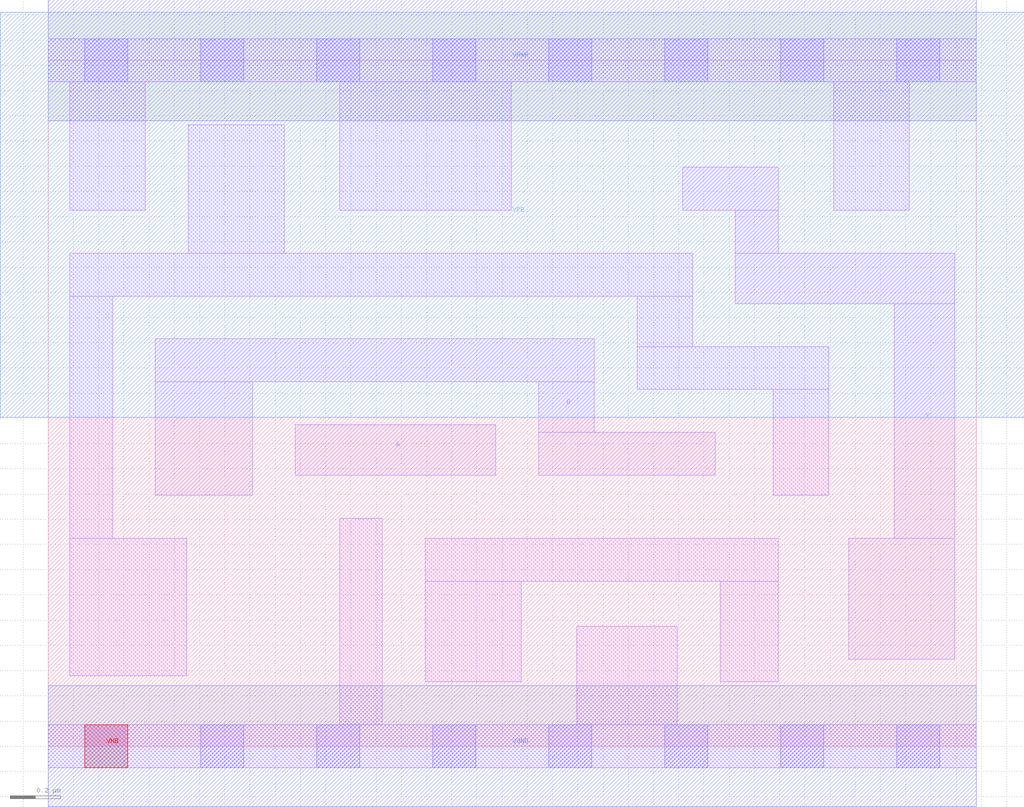
<source format=lef>
# Copyright 2020 The SkyWater PDK Authors
#
# Licensed under the Apache License, Version 2.0 (the "License");
# you may not use this file except in compliance with the License.
# You may obtain a copy of the License at
#
#     https://www.apache.org/licenses/LICENSE-2.0
#
# Unless required by applicable law or agreed to in writing, software
# distributed under the License is distributed on an "AS IS" BASIS,
# WITHOUT WARRANTIES OR CONDITIONS OF ANY KIND, either express or implied.
# See the License for the specific language governing permissions and
# limitations under the License.
#
# SPDX-License-Identifier: Apache-2.0

VERSION 5.7 ;
  NOWIREEXTENSIONATPIN ON ;
  DIVIDERCHAR "/" ;
  BUSBITCHARS "[]" ;
PROPERTYDEFINITIONS
  MACRO maskLayoutSubType STRING ;
  MACRO prCellType STRING ;
  MACRO originalViewName STRING ;
END PROPERTYDEFINITIONS
MACRO sky130_fd_sc_hdll__xnor2_1
  CLASS CORE ;
  FOREIGN sky130_fd_sc_hdll__xnor2_1 ;
  ORIGIN  0.000000  0.000000 ;
  SIZE  3.680000 BY  2.720000 ;
  SYMMETRY X Y R90 ;
  SITE unithd ;
  PIN A
    ANTENNAGATEAREA  0.555000 ;
    DIRECTION INPUT ;
    USE SIGNAL ;
    PORT
      LAYER li1 ;
        RECT 0.980000 1.075000 1.775000 1.275000 ;
    END
  END A
  PIN B
    ANTENNAGATEAREA  0.555000 ;
    DIRECTION INPUT ;
    USE SIGNAL ;
    PORT
      LAYER li1 ;
        RECT 0.425000 0.995000 0.810000 1.445000 ;
        RECT 0.425000 1.445000 2.165000 1.615000 ;
        RECT 1.945000 1.075000 2.645000 1.245000 ;
        RECT 1.945000 1.245000 2.165000 1.445000 ;
    END
  END B
  PIN Y
    ANTENNADIFFAREA  0.545000 ;
    DIRECTION OUTPUT ;
    USE SIGNAL ;
    PORT
      LAYER li1 ;
        RECT 2.515000 2.125000 2.895000 2.295000 ;
        RECT 2.725000 1.755000 3.595000 1.955000 ;
        RECT 2.725000 1.955000 2.895000 2.125000 ;
        RECT 3.175000 0.345000 3.595000 0.825000 ;
        RECT 3.355000 0.825000 3.595000 1.755000 ;
    END
  END Y
  PIN VGND
    DIRECTION INOUT ;
    USE GROUND ;
    PORT
      LAYER met1 ;
        RECT 0.000000 -0.240000 3.680000 0.240000 ;
    END
  END VGND
  PIN VNB
    DIRECTION INOUT ;
    USE GROUND ;
    PORT
      LAYER pwell ;
        RECT 0.145000 -0.085000 0.315000 0.085000 ;
    END
  END VNB
  PIN VPB
    DIRECTION INOUT ;
    USE POWER ;
    PORT
      LAYER nwell ;
        RECT -0.190000 1.305000 3.870000 2.910000 ;
    END
  END VPB
  PIN VPWR
    DIRECTION INOUT ;
    USE POWER ;
    PORT
      LAYER met1 ;
        RECT 0.000000 2.480000 3.680000 2.960000 ;
    END
  END VPWR
  OBS
    LAYER li1 ;
      RECT 0.000000 -0.085000 3.680000 0.085000 ;
      RECT 0.000000  2.635000 3.680000 2.805000 ;
      RECT 0.085000  0.280000 0.550000 0.825000 ;
      RECT 0.085000  0.825000 0.255000 1.785000 ;
      RECT 0.085000  1.785000 2.555000 1.955000 ;
      RECT 0.085000  2.125000 0.385000 2.635000 ;
      RECT 0.555000  1.955000 0.935000 2.465000 ;
      RECT 1.155000  0.085000 1.325000 0.905000 ;
      RECT 1.155000  2.125000 1.835000 2.635000 ;
      RECT 1.495000  0.255000 1.875000 0.655000 ;
      RECT 1.495000  0.655000 2.895000 0.825000 ;
      RECT 2.095000  0.085000 2.495000 0.475000 ;
      RECT 2.335000  1.415000 3.095000 1.585000 ;
      RECT 2.335000  1.585000 2.555000 1.785000 ;
      RECT 2.665000  0.255000 2.895000 0.655000 ;
      RECT 2.875000  0.995000 3.095000 1.415000 ;
      RECT 3.115000  2.125000 3.415000 2.635000 ;
    LAYER mcon ;
      RECT 0.145000 -0.085000 0.315000 0.085000 ;
      RECT 0.145000  2.635000 0.315000 2.805000 ;
      RECT 0.605000 -0.085000 0.775000 0.085000 ;
      RECT 0.605000  2.635000 0.775000 2.805000 ;
      RECT 1.065000 -0.085000 1.235000 0.085000 ;
      RECT 1.065000  2.635000 1.235000 2.805000 ;
      RECT 1.525000 -0.085000 1.695000 0.085000 ;
      RECT 1.525000  2.635000 1.695000 2.805000 ;
      RECT 1.985000 -0.085000 2.155000 0.085000 ;
      RECT 1.985000  2.635000 2.155000 2.805000 ;
      RECT 2.445000 -0.085000 2.615000 0.085000 ;
      RECT 2.445000  2.635000 2.615000 2.805000 ;
      RECT 2.905000 -0.085000 3.075000 0.085000 ;
      RECT 2.905000  2.635000 3.075000 2.805000 ;
      RECT 3.365000 -0.085000 3.535000 0.085000 ;
      RECT 3.365000  2.635000 3.535000 2.805000 ;
  END
  PROPERTY maskLayoutSubType "abstract" ;
  PROPERTY prCellType "standard" ;
  PROPERTY originalViewName "layout" ;
END sky130_fd_sc_hdll__xnor2_1
END LIBRARY

</source>
